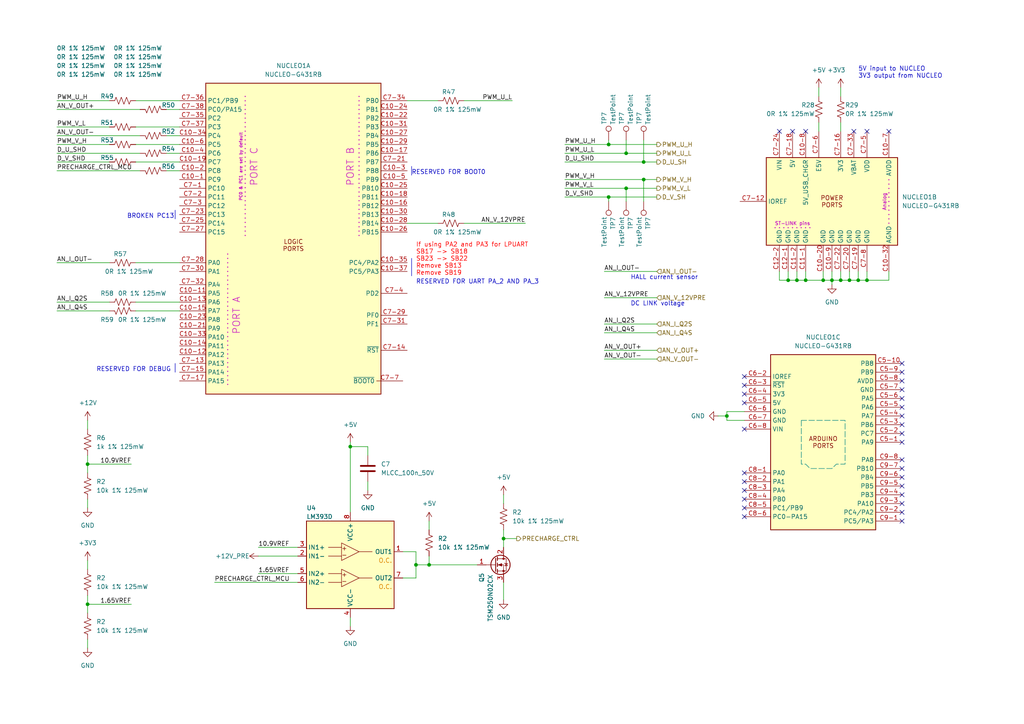
<source format=kicad_sch>
(kicad_sch (version 20230121) (generator eeschema)
  (paper "A4")
  (title_block (title "SINGLE PHASE INVERTER PROTOTYPE") (date "2024-12-20") (rev "v1.0") (company "rDMA") (comment 1 "Designer: Relja Marinkovic"))
  (lib_symbols
    (symbol "Connector:TestPoint" (pin_numbers hide) (pin_names (offset 0.762) hide)
      (property "Reference" "TP" (at 0 6.858 0))
      (property "Value" "TestPoint" (at 0 5.08 0))
      (symbol "TestPoint_1_1"
        (pin passive line (at 0 0 90) (length 2.54) (name "1") (number "1"))
      )
    )
    (symbol "R_Capacitors:CAP_MLCC_100nF_50V_X7R_0805" (pin_numbers hide) (pin_names (offset 0.254))
      (property "Reference" "C" (at 0.635 2.54 0))
      (property "Value" "MLCC_100n_50V" (at 0.635 -2.54 0))
      (symbol "CAP_MLCC_100nF_50V_X7R_0805_1_1"
        (pin passive line (at 0 3.81 270) (length 2.794) (name "~") (number "1"))
        (pin passive line (at 0 -3.81 90) (length 2.794) (name "~") (number "2"))
      )
    )
    (symbol "R_Integrated_Circuits:Comparator_LM393D"
      (property "Reference" "U" (at -12.7 15.875 0))
      (property "Value" "LM393D" (at -12.7 13.97 0))
      (symbol "Comparator_LM393D_1_1"
        (text "+" (at -1.7272 -2.794 0) (effects (font (size 1.27 1.27))))
        (text "+" (at -1.7272 4.826 0) (effects (font (size 1.27 1.27))))
        (text "-" (at -1.7272 -4.7244 0) (effects (font (size 1.27 1.27))))
        (text "-" (at -1.7272 2.8956 0) (effects (font (size 1.27 1.27))))
        (text "O.C." (at 10.16 -6.35 0) (effects (font (size 1.27 1.27))))
        (text "O.C." (at 10.16 1.27 0) (effects (font (size 1.27 1.27))))
        (pin output line (at 15.24 3.81 180) (length 2.54) (name "OUT1") (number "1"))
        (pin input line (at -15.24 2.54 0) (length 2.54) (name "IN1-") (number "2"))
        (pin input line (at -15.24 5.08 0) (length 2.54) (name "IN1+") (number "3"))
        (pin power_in line (at 0 -15.24 90) (length 2.54) (name "VCC-") (number "4"))
        (pin passive line (at -15.24 -2.54 0) (length 2.54) (name "IN2+") (number "5"))
        (pin input line (at -15.24 -5.08 0) (length 2.54) (name "IN2-") (number "6"))
        (pin output line (at 15.24 -3.81 180) (length 2.54) (name "OUT2") (number "7"))
        (pin power_in line (at 0 15.24 270) (length 2.54) (name "VCC+") (number "8"))
      )
    )
    (symbol "R_Misc:NUCLEO_G431RB"
      (property "Reference" "NUCLEO" (at 25.4 48.895 0))
      (property "Value" "NUCLEO-G431RB" (at 25.4 46.99 0))
      (symbol "NUCLEO_G431RB_1_1"
        (text "LOGIC\nPORTS" (at 0 -1.27 0) (effects (font (size 1.27 1.27))))
        (text "PC0 & PC1 are set by default" (at -15.24 21.59 900) (effects (font (size 0.85 0.85))))
        (text "PORT A" (at -16.51 -21.59 900) (effects (font (size 2 2))))
        (text "PORT B" (at 16.51 21.59 900) (effects (font (size 2 2))))
        (text "PORT C" (at -11.43 21.59 900) (effects (font (size 2 2))))
        (pin bidirectional line (at -33.02 17.78 0) (length 7.62) (name "PC9") (number "C10-1"))
        (pin no_connect line (at 2.54 -44.45 90) (length 7.62) hide (name "NC") (number "C10-10"))
        (pin bidirectional line (at -33.02 -15.24 0) (length 7.62) (name "PA5") (number "C10-11"))
        (pin bidirectional line (at -33.02 -33.02 0) (length 7.62) (name "PA12") (number "C10-12"))
        (pin bidirectional line (at -33.02 -17.78 0) (length 7.62) (name "PA6") (number "C10-13"))
        (pin bidirectional line (at -33.02 -30.48 0) (length 7.62) (name "PA11") (number "C10-14"))
        (pin bidirectional line (at -33.02 -20.32 0) (length 7.62) (name "PA7") (number "C10-15"))
        (pin bidirectional line (at 33.02 10.16 180) (length 7.62) (name "PB12") (number "C10-16"))
        (pin bidirectional line (at 33.02 25.4 180) (length 7.62) (name "PB6") (number "C10-17"))
        (pin bidirectional line (at 33.02 12.7 180) (length 7.62) (name "PB11") (number "C10-18"))
        (pin bidirectional line (at -33.02 22.86 0) (length 7.62) (name "PC7") (number "C10-19"))
        (pin bidirectional line (at -33.02 20.32 0) (length 7.62) (name "PC8") (number "C10-2"))
        (pin bidirectional line (at -33.02 -25.4 0) (length 7.62) (name "PA9") (number "C10-21"))
        (pin bidirectional line (at 33.02 35.56 180) (length 7.62) (name "PB2") (number "C10-22"))
        (pin bidirectional line (at -33.02 -22.86 0) (length 7.62) (name "PA8") (number "C10-23"))
        (pin bidirectional line (at 33.02 38.1 180) (length 7.62) (name "PB1") (number "C10-24"))
        (pin bidirectional line (at 33.02 15.24 180) (length 7.62) (name "PB10") (number "C10-25"))
        (pin bidirectional line (at 33.02 2.54 180) (length 7.62) (name "PB15") (number "C10-26"))
        (pin bidirectional line (at 33.02 30.48 180) (length 7.62) (name "PB4") (number "C10-27"))
        (pin bidirectional line (at 33.02 5.08 180) (length 7.62) (name "PB14") (number "C10-28"))
        (pin bidirectional line (at 33.02 27.94 180) (length 7.62) (name "PB5") (number "C10-29"))
        (pin bidirectional line (at 33.02 20.32 180) (length 7.62) (name "PB8") (number "C10-3"))
        (pin bidirectional line (at 33.02 7.62 180) (length 7.62) (name "PB13") (number "C10-30"))
        (pin bidirectional line (at 33.02 33.02 180) (length 7.62) (name "PB3") (number "C10-31"))
        (pin bidirectional line (at -33.02 -27.94 0) (length 7.62) (name "PA10") (number "C10-33"))
        (pin bidirectional line (at -33.02 30.48 0) (length 7.62) (name "PC4") (number "C10-34"))
        (pin bidirectional line (at 33.02 -6.35 180) (length 7.62) (name "PC4/PA2") (number "C10-35"))
        (pin no_connect line (at 5.08 -44.45 90) (length 7.62) hide (name "NC") (number "C10-36"))
        (pin bidirectional line (at 33.02 -8.89 180) (length 7.62) (name "PC5/PA3") (number "C10-37"))
        (pin no_connect line (at 7.62 -44.45 90) (length 7.62) hide (name "NC") (number "C10-38"))
        (pin bidirectional line (at -33.02 25.4 0) (length 7.62) (name "PC6") (number "C10-4"))
        (pin bidirectional line (at 33.02 17.78 180) (length 7.62) (name "PB9") (number "C10-5"))
        (pin bidirectional line (at -33.02 27.94 0) (length 7.62) (name "PC5") (number "C10-6"))
        (pin bidirectional line (at -33.02 15.24 0) (length 7.62) (name "PC10") (number "C7-1"))
        (pin no_connect line (at -5.08 -44.45 90) (length 7.62) hide (name "NC") (number "C7-10"))
        (pin no_connect line (at -2.54 -44.45 90) (length 7.62) hide (name "NC") (number "C7-11"))
        (pin bidirectional line (at -33.02 -35.56 0) (length 7.62) (name "PA13") (number "C7-13"))
        (pin bidirectional line (at 33.02 -31.75 180) (length 7.62) (name "~{RST}") (number "C7-14"))
        (pin bidirectional line (at -33.02 -38.1 0) (length 7.62) (name "PA14") (number "C7-15"))
        (pin bidirectional line (at -33.02 -40.64 0) (length 7.62) (name "PA15") (number "C7-17"))
        (pin bidirectional line (at -33.02 12.7 0) (length 7.62) (name "PC11") (number "C7-2"))
        (pin bidirectional line (at 33.02 22.86 180) (length 7.62) (name "PB7") (number "C7-21"))
        (pin bidirectional line (at -33.02 7.62 0) (length 7.62) (name "PC13") (number "C7-23"))
        (pin bidirectional line (at -33.02 5.08 0) (length 7.62) (name "PC14") (number "C7-25"))
        (pin no_connect line (at 0 -44.45 90) (length 7.62) hide (name "NC") (number "C7-26"))
        (pin bidirectional line (at -33.02 2.54 0) (length 7.62) (name "PC15") (number "C7-27"))
        (pin bidirectional line (at -33.02 -6.35 0) (length 7.62) (name "PA0") (number "C7-28"))
        (pin bidirectional line (at 33.02 -21.59 180) (length 7.62) (name "PF0") (number "C7-29"))
        (pin bidirectional line (at -33.02 10.16 0) (length 7.62) (name "PC12") (number "C7-3"))
        (pin bidirectional line (at -33.02 -8.89 0) (length 7.62) (name "PA1") (number "C7-30"))
        (pin bidirectional line (at 33.02 -24.13 180) (length 7.62) (name "PF1") (number "C7-31"))
        (pin bidirectional line (at -33.02 -12.7 0) (length 7.62) (name "PA4") (number "C7-32"))
        (pin bidirectional line (at 33.02 40.64 180) (length 7.62) (name "PB0") (number "C7-34"))
        (pin bidirectional line (at -33.02 35.56 0) (length 7.62) (name "PC2") (number "C7-35"))
        (pin bidirectional line (at -33.02 40.64 0) (length 7.62) (name "PC1/PB9") (number "C7-36"))
        (pin bidirectional line (at -33.02 33.02 0) (length 7.62) (name "PC3") (number "C7-37"))
        (pin bidirectional line (at -33.02 38.1 0) (length 7.62) (name "PC0/PA15") (number "C7-38"))
        (pin bidirectional line (at 33.02 -15.24 180) (length 7.62) (name "PD2") (number "C7-4"))
        (pin bidirectional line (at 31.75 -40.64 180) (length 7.62) (name "~{BOOT0}") (number "C7-7"))
        (pin no_connect line (at -7.62 -44.45 90) (length 7.62) hide (name "NC") (number "C7-9"))
      )
      (symbol "NUCLEO_G431RB_2_1"
        (text "Analog" (at 15.24 0 900) (effects (font (size 1 1))))
        (text "POWER\nPORTS" (at 0 0 0) (effects (font (size 1.27 1.27))))
        (text "ST-LINK pins" (at -11.43 -6.35 0) (effects (font (size 1 1))))
        (pin power_in line (at -2.54 -20.32 90) (length 7.62) (name "GND") (number "C10-20"))
        (pin power_in line (at 16.51 -20.32 90) (length 7.62) (name "AGND") (number "C10-32"))
        (pin power_out line (at 16.51 20.32 270) (length 7.62) (name "AVDD") (number "C10-7"))
        (pin power_out line (at -7.62 20.32 270) (length 7.62) (name "5V_USB_CHGR") (number "C10-8"))
        (pin power_in line (at 0 -20.32 90) (length 7.62) (name "GND") (number "C10-9"))
        (pin power_in line (at -7.62 -20.32 90) (length 7.62) (name "GND") (number "C11-1"))
        (pin power_in line (at -10.16 -20.32 90) (length 7.62) (name "GND") (number "C11-2"))
        (pin power_in line (at -12.7 -20.32 90) (length 7.62) (name "GND") (number "C12-1"))
        (pin power_in line (at -15.24 -20.32 90) (length 7.62) (name "GND") (number "C12-2"))
        (pin bidirectional line (at -26.67 0 0) (length 7.62) (name "IOREF") (number "C7-12"))
        (pin power_out line (at 2.54 20.32 270) (length 7.62) (name "3V3") (number "C7-16"))
        (pin power_out line (at -11.43 20.32 270) (length 7.62) (name "5V") (number "C7-18"))
        (pin power_in line (at 7.62 -20.32 90) (length 7.62) (name "GND") (number "C7-19"))
        (pin power_in line (at 5.08 -20.32 90) (length 7.62) (name "GND") (number "C7-20"))
        (pin power_in line (at 2.54 -20.32 90) (length 7.62) (name "GND") (number "C7-22"))
        (pin power_in line (at -15.24 20.32 270) (length 7.62) (name "VIN") (number "C7-24"))
        (pin power_out line (at 6.35 20.32 270) (length 7.62) (name "VBAT") (number "C7-33"))
        (pin power_out line (at 10.16 20.32 270) (length 7.62) (name "VDD") (number "C7-5"))
        (pin power_in line (at -3.81 20.32 270) (length 7.62) (name "E5V") (number "C7-6"))
        (pin power_in line (at 10.16 -20.32 90) (length 7.62) (name "GND") (number "C7-8"))
      )
      (symbol "NUCLEO_G431RB_3_1"
        (text "ARDUINO\nPORTS" (at 0 0 0) (effects (font (size 1.27 1.27))))
        (pin bidirectional line (at 22.86 0 180) (length 7.62) (name "PA9") (number "C5-1"))
        (pin bidirectional line (at 22.86 22.86 180) (length 7.62) (name "PB8") (number "C5-10"))
        (pin bidirectional line (at 22.86 2.54 180) (length 7.62) (name "PC7") (number "C5-2"))
        (pin bidirectional line (at 22.86 5.08 180) (length 7.62) (name "PB6") (number "C5-3"))
        (pin bidirectional line (at 22.86 7.62 180) (length 7.62) (name "PA7") (number "C5-4"))
        (pin bidirectional line (at 22.86 10.16 180) (length 7.62) (name "PA6") (number "C5-5"))
        (pin bidirectional line (at 22.86 12.7 180) (length 7.62) (name "PA5") (number "C5-6"))
        (pin power_in line (at 22.86 15.24 180) (length 7.62) (name "GND") (number "C5-7"))
        (pin power_out line (at 22.86 17.78 180) (length 7.62) (name "AVDD") (number "C5-8"))
        (pin bidirectional line (at 22.86 20.32 180) (length 7.62) (name "PB9") (number "C5-9"))
        (pin no_connect line (at -22.86 21.59 0) (length 7.62) hide (name "NC") (number "C6-1"))
        (pin bidirectional line (at -22.86 19.05 0) (length 7.62) (name "IOREF") (number "C6-2"))
        (pin bidirectional line (at -22.86 16.51 0) (length 7.62) (name "~{RST}") (number "C6-3"))
        (pin power_out line (at -22.86 13.97 0) (length 7.62) (name "3V3") (number "C6-4"))
        (pin power_out line (at -22.86 11.43 0) (length 7.62) (name "5V") (number "C6-5"))
        (pin power_in line (at -22.86 8.89 0) (length 7.62) (name "GND") (number "C6-6"))
        (pin power_in line (at -22.86 6.35 0) (length 7.62) (name "GND") (number "C6-7"))
        (pin power_out line (at -22.86 3.81 0) (length 7.62) (name "VIN") (number "C6-8"))
        (pin bidirectional line (at -22.86 -8.89 0) (length 7.62) (name "PA0") (number "C8-1"))
        (pin bidirectional line (at -22.86 -11.43 0) (length 7.62) (name "PA1") (number "C8-2"))
        (pin bidirectional line (at -22.86 -13.97 0) (length 7.62) (name "PA4") (number "C8-3"))
        (pin bidirectional line (at -22.86 -16.51 0) (length 7.62) (name "PB0") (number "C8-4"))
        (pin bidirectional line (at -22.86 -19.05 0) (length 7.62) (name "PC1/PB9") (number "C8-5"))
        (pin bidirectional line (at -22.86 -21.59 0) (length 7.62) (name "PC0-PA15") (number "C8-6"))
        (pin bidirectional line (at 22.86 -22.86 180) (length 7.62) (name "PC5/PA3") (number "C9-1"))
        (pin bidirectional line (at 22.86 -20.32 180) (length 7.62) (name "PC4/PA2") (number "C9-2"))
        (pin bidirectional line (at 22.86 -17.78 180) (length 7.62) (name "PA10") (number "C9-3"))
        (pin bidirectional line (at 22.86 -15.24 180) (length 7.62) (name "PB3") (number "C9-4"))
        (pin bidirectional line (at 22.86 -12.7 180) (length 7.62) (name "PB5") (number "C9-5"))
        (pin bidirectional line (at 22.86 -10.16 180) (length 7.62) (name "PB4") (number "C9-6"))
        (pin bidirectional line (at 22.86 -7.62 180) (length 7.62) (name "PB10") (number "C9-7"))
        (pin bidirectional line (at 22.86 -5.08 180) (length 7.62) (name "PA8") (number "C9-8"))
      )
    )
    (symbol "R_Resistors:RES_0R_1%_0805" (pin_numbers hide) (pin_names (offset 0))
      (property "Reference" "R" (at 3.048 33.528 90))
      (property "Value" "0R 1% 125mW" (at -2.54 0 90))
      (symbol "RES_0R_1%_0805_1_1"
        (pin passive line (at 0 3.81 270) (length 1.27) (name "~") (number "1"))
        (pin passive line (at 0 -3.81 90) (length 1.27) (name "~") (number "2"))
      )
    )
    (symbol "R_Resistors:RES_10k_1%_0805" (pin_numbers hide) (pin_names (offset 0))
      (property "Reference" "R" (at 3.048 33.528 90))
      (property "Value" "10k 1% 125mW" (at -2.54 0 90))
      (symbol "RES_10k_1%_0805_1_1"
        (pin passive line (at 0 3.81 270) (length 1.27) (name "~") (number "1"))
        (pin passive line (at 0 -3.81 90) (length 1.27) (name "~") (number "2"))
      )
    )
    (symbol "R_Resistors:RES_1k_1%_0805" (pin_numbers hide) (pin_names (offset 0))
      (property "Reference" "R" (at 3.048 33.528 90))
      (property "Value" "1k 1% 125mW" (at -2.54 0 90))
      (symbol "RES_1k_1%_0805_1_1"
        (pin passive line (at 0 3.81 270) (length 1.27) (name "~") (number "1"))
        (pin passive line (at 0 -3.81 90) (length 1.27) (name "~") (number "2"))
      )
    )
    (symbol "R_Semiconductors:NMOS_TSM250N02CX_20V_5.8A" (pin_names hide)
      (property "Reference" "Q" (at 6.35 1.905 0))
      (property "Value" "TSM250N02CX" (at 6.096 4.572 0))
      (symbol "NMOS_TSM250N02CX_20V_5.8A_1_1"
        (pin input line (at -5.08 0 0) (length 2.54) (name "G") (number "1"))
        (pin passive line (at 2.54 5.08 270) (length 2.54) (name "D") (number "2"))
        (pin passive line (at 2.54 -5.08 90) (length 2.54) (name "S") (number "3"))
      )
    )
    (symbol "power:+12V" (power) (pin_names (offset 0))
      (property "Value" "+12V" (at 0 3.556 0))
      (symbol "+12V_1_1"
        (pin power_in line (at 0 0 90) (length 0) hide (name "+12V") (number "1"))
      )
    )
    (symbol "power:+12V_PRE" (power) (pin_names (offset 0))
      (property "Value" "+12V_PRE" (at 0 3.556 0))
      (symbol "+12V_PRE_1_1"
        (pin power_in line (at 0 0 90) (length 0) hide (name "+12V_PRE") (number "1"))
      )
    )
    (symbol "power:+3V3" (power) (pin_names (offset 0))
      (property "Value" "+3V3" (at 0 3.556 0))
      (symbol "+3V3_1_1"
        (pin power_in line (at 0 0 90) (length 0) hide (name "+3V3") (number "1"))
      )
    )
    (symbol "power:+5V" (power) (pin_names (offset 0))
      (property "Value" "+5V" (at 0 3.556 0))
      (symbol "+5V_1_1"
        (pin power_in line (at 0 0 90) (length 0) hide (name "+5V") (number "1"))
      )
    )
    (symbol "power:GND" (power) (pin_names (offset 0))
      (property "Value" "GND" (at 0 -3.81 0))
      (symbol "GND_1_1"
        (pin power_in line (at 0 0 270) (length 0) hide (name "GND") (number "1"))
      )
    )
  )
  (junction (at 25.4 175.26))
  (junction (at 246.38 81.28))
  (junction (at 243.84 81.28))
  (junction (at 248.92 81.28))
  (junction (at 146.05 156.21))
  (junction (at 233.68 81.28))
  (junction (at 241.3 81.28))
  (junction (at 251.46 81.28))
  (junction (at 124.46 163.83))
  (junction (at 25.4 134.62))
  (junction (at 101.6 129.54))
  (junction (at 238.76 81.28))
  (junction (at 120.65 163.83))
  (junction (at 186.69 46.99))
  (junction (at 176.53 41.91))
  (junction (at 176.53 57.15))
  (junction (at 231.14 81.28))
  (junction (at 210.82 120.65))
  (junction (at 228.6 81.28))
  (junction (at 181.61 54.61))
  (junction (at 181.61 44.45))
  (junction (at 186.69 52.07))
  (no_connect (at 215.9 147.32))
  (no_connect (at 226.06 38.1))
  (no_connect (at 247.65 38.1))
  (no_connect (at 261.62 133.35))
  (no_connect (at 261.62 113.03))
  (no_connect (at 261.62 128.27))
  (no_connect (at 251.46 38.1))
  (no_connect (at 261.62 105.41))
  (no_connect (at 261.62 146.05))
  (no_connect (at 261.62 148.59))
  (no_connect (at 215.9 137.16))
  (no_connect (at 261.62 118.11))
  (no_connect (at 215.9 142.24))
  (no_connect (at 261.62 135.89))
  (no_connect (at 215.9 149.86))
  (no_connect (at 233.68 38.1))
  (no_connect (at 229.87 38.1))
  (no_connect (at 261.62 115.57))
  (no_connect (at 257.81 38.1))
  (no_connect (at 215.9 144.78))
  (no_connect (at 215.9 109.22))
  (no_connect (at 215.9 111.76))
  (no_connect (at 261.62 151.13))
  (no_connect (at 261.62 125.73))
  (no_connect (at 215.9 116.84))
  (no_connect (at 215.9 139.7))
  (no_connect (at 261.62 120.65))
  (no_connect (at 261.62 107.95))
  (no_connect (at 261.62 143.51))
  (no_connect (at 261.62 138.43))
  (no_connect (at 261.62 110.49))
  (no_connect (at 261.62 140.97))
  (no_connect (at 261.62 123.19))
  (no_connect (at 215.9 114.3))
  (no_connect (at 215.9 124.46))
  (wire (pts (xy 86.36 161.29) (xy 74.93 161.29)))
  (polyline (pts (xy 119.38 48.26) (xy 119.38 50.8)))
  (polyline (pts (xy 50.8 60.96) (xy 50.8 63.5)))
  (wire (pts (xy 25.4 175.26) (xy 25.4 177.8)))
  (wire (pts (xy 25.4 134.62) (xy 25.4 137.16)))
  (wire (pts (xy 74.93 166.37) (xy 86.36 166.37)))
  (wire (pts (xy 243.84 25.4) (xy 243.84 27.94)))
  (wire (pts (xy 48.26 44.45) (xy 52.07 44.45)))
  (wire (pts (xy 152.4 64.77) (xy 134.62 64.77)))
  (wire (pts (xy 226.06 78.74) (xy 226.06 81.28)))
  (wire (pts (xy 186.69 40.64) (xy 186.69 46.99)))
  (wire (pts (xy 163.83 52.07) (xy 186.69 52.07)))
  (wire (pts (xy 181.61 44.45) (xy 190.5 44.45)))
  (wire (pts (xy 163.83 44.45) (xy 181.61 44.45)))
  (wire (pts (xy 175.26 104.14) (xy 190.5 104.14)))
  (wire (pts (xy 243.84 81.28) (xy 246.38 81.28)))
  (wire (pts (xy 241.3 81.28) (xy 241.3 82.55)))
  (wire (pts (xy 241.3 78.74) (xy 241.3 81.28)))
  (wire (pts (xy 175.26 78.74) (xy 190.5 78.74)))
  (wire (pts (xy 176.53 57.15) (xy 190.5 57.15)))
  (wire (pts (xy 106.68 132.08) (xy 106.68 129.54)))
  (wire (pts (xy 16.51 31.75) (xy 40.64 31.75)))
  (wire (pts (xy 238.76 81.28) (xy 241.3 81.28)))
  (wire (pts (xy 243.84 78.74) (xy 243.84 81.28)))
  (wire (pts (xy 25.4 121.92) (xy 25.4 124.46)))
  (wire (pts (xy 134.62 29.21) (xy 148.59 29.21)))
  (wire (pts (xy 186.69 52.07) (xy 190.5 52.07)))
  (wire (pts (xy 25.4 132.08) (xy 25.4 134.62)))
  (wire (pts (xy 101.6 179.07) (xy 101.6 181.61)))
  (wire (pts (xy 237.49 35.56) (xy 237.49 38.1)))
  (wire (pts (xy 39.37 76.2) (xy 52.07 76.2)))
  (wire (pts (xy 48.26 39.37) (xy 52.07 39.37)))
  (wire (pts (xy 251.46 78.74) (xy 251.46 81.28)))
  (wire (pts (xy 16.51 76.2) (xy 31.75 76.2)))
  (wire (pts (xy 176.53 57.15) (xy 176.53 58.42)))
  (wire (pts (xy 210.82 121.92) (xy 210.82 120.65)))
  (wire (pts (xy 186.69 52.07) (xy 186.69 58.42)))
  (wire (pts (xy 106.68 139.7) (xy 106.68 142.24)))
  (wire (pts (xy 39.37 29.21) (xy 52.07 29.21)))
  (wire (pts (xy 246.38 78.74) (xy 246.38 81.28)))
  (wire (pts (xy 16.51 46.99) (xy 31.75 46.99)))
  (wire (pts (xy 106.68 129.54) (xy 101.6 129.54)))
  (wire (pts (xy 16.51 90.17) (xy 31.75 90.17)))
  (wire (pts (xy 39.37 90.17) (xy 52.07 90.17)))
  (wire (pts (xy 228.6 78.74) (xy 228.6 81.28)))
  (wire (pts (xy 175.26 93.98) (xy 190.5 93.98)))
  (wire (pts (xy 251.46 81.28) (xy 257.81 81.28)))
  (wire (pts (xy 39.37 41.91) (xy 52.07 41.91)))
  (wire (pts (xy 215.9 121.92) (xy 210.82 121.92)))
  (wire (pts (xy 226.06 81.28) (xy 228.6 81.28)))
  (wire (pts (xy 39.37 46.99) (xy 52.07 46.99)))
  (wire (pts (xy 25.4 185.42) (xy 25.4 187.96)))
  (wire (pts (xy 62.23 168.91) (xy 86.36 168.91)))
  (wire (pts (xy 146.05 156.21) (xy 146.05 158.75)))
  (wire (pts (xy 25.4 162.56) (xy 25.4 165.1)))
  (wire (pts (xy 163.83 41.91) (xy 176.53 41.91)))
  (wire (pts (xy 25.4 144.78) (xy 25.4 147.32)))
  (wire (pts (xy 120.65 163.83) (xy 120.65 167.64)))
  (wire (pts (xy 241.3 81.28) (xy 243.84 81.28)))
  (wire (pts (xy 16.51 41.91) (xy 31.75 41.91)))
  (wire (pts (xy 101.6 129.54) (xy 101.6 148.59)))
  (wire (pts (xy 16.51 87.63) (xy 31.75 87.63)))
  (wire (pts (xy 210.82 120.65) (xy 210.82 119.38)))
  (wire (pts (xy 116.84 160.02) (xy 120.65 160.02)))
  (wire (pts (xy 39.37 87.63) (xy 52.07 87.63)))
  (polyline (pts (xy 119.38 74.93) (xy 119.38 80.01)))
  (wire (pts (xy 25.4 175.26) (xy 38.1 175.26)))
  (wire (pts (xy 181.61 54.61) (xy 181.61 58.42)))
  (wire (pts (xy 181.61 54.61) (xy 190.5 54.61)))
  (wire (pts (xy 48.26 49.53) (xy 52.07 49.53)))
  (wire (pts (xy 74.93 158.75) (xy 86.36 158.75)))
  (polyline (pts (xy 50.8 105.41) (xy 50.8 107.95)))
  (wire (pts (xy 210.82 119.38) (xy 215.9 119.38)))
  (wire (pts (xy 238.76 78.74) (xy 238.76 81.28)))
  (wire (pts (xy 16.51 39.37) (xy 40.64 39.37)))
  (wire (pts (xy 175.26 96.52) (xy 190.5 96.52)))
  (wire (pts (xy 124.46 151.13) (xy 124.46 153.67)))
  (wire (pts (xy 176.53 40.64) (xy 176.53 41.91)))
  (wire (pts (xy 228.6 81.28) (xy 231.14 81.28)))
  (wire (pts (xy 48.26 31.75) (xy 52.07 31.75)))
  (wire (pts (xy 163.83 46.99) (xy 186.69 46.99)))
  (wire (pts (xy 124.46 163.83) (xy 138.43 163.83)))
  (wire (pts (xy 237.49 25.4) (xy 237.49 27.94)))
  (wire (pts (xy 146.05 168.91) (xy 146.05 173.99)))
  (wire (pts (xy 16.51 44.45) (xy 40.64 44.45)))
  (wire (pts (xy 16.51 29.21) (xy 31.75 29.21)))
  (wire (pts (xy 233.68 81.28) (xy 238.76 81.28)))
  (wire (pts (xy 118.11 29.21) (xy 127 29.21)))
  (wire (pts (xy 248.92 81.28) (xy 251.46 81.28)))
  (wire (pts (xy 124.46 161.29) (xy 124.46 163.83)))
  (wire (pts (xy 25.4 134.62) (xy 38.1 134.62)))
  (wire (pts (xy 120.65 163.83) (xy 124.46 163.83)))
  (wire (pts (xy 181.61 40.64) (xy 181.61 44.45)))
  (wire (pts (xy 231.14 81.28) (xy 233.68 81.28)))
  (wire (pts (xy 25.4 172.72) (xy 25.4 175.26)))
  (wire (pts (xy 127 64.77) (xy 118.11 64.77)))
  (wire (pts (xy 176.53 41.91) (xy 190.5 41.91)))
  (wire (pts (xy 257.81 78.74) (xy 257.81 81.28)))
  (wire (pts (xy 146.05 156.21) (xy 149.86 156.21)))
  (wire (pts (xy 163.83 57.15) (xy 176.53 57.15)))
  (wire (pts (xy 39.37 36.83) (xy 52.07 36.83)))
  (wire (pts (xy 116.84 167.64) (xy 120.65 167.64)))
  (wire (pts (xy 101.6 128.27) (xy 101.6 129.54)))
  (wire (pts (xy 120.65 160.02) (xy 120.65 163.83)))
  (wire (pts (xy 16.51 49.53) (xy 40.64 49.53)))
  (wire (pts (xy 248.92 78.74) (xy 248.92 81.28)))
  (wire (pts (xy 246.38 81.28) (xy 248.92 81.28)))
  (wire (pts (xy 146.05 143.51) (xy 146.05 146.05)))
  (wire (pts (xy 175.26 86.36) (xy 190.5 86.36)))
  (wire (pts (xy 186.69 46.99) (xy 190.5 46.99)))
  (wire (pts (xy 208.28 120.65) (xy 210.82 120.65)))
  (wire (pts (xy 233.68 78.74) (xy 233.68 81.28)))
  (wire (pts (xy 231.14 78.74) (xy 231.14 81.28)))
  (wire (pts (xy 163.83 54.61) (xy 181.61 54.61)))
  (wire (pts (xy 243.84 35.56) (xy 243.84 38.1)))
  (wire (pts (xy 146.05 153.67) (xy 146.05 156.21)))
  (wire (pts (xy 16.51 36.83) (xy 31.75 36.83)))
  (wire (pts (xy 175.26 101.6) (xy 190.5 101.6)))
  (text "DC LINK voltage\n" (at 182.88 88.9 0) (effects (font (size 1.27 1.27)) (justify left bottom)))
  (text "BROKEN PC13" (at 36.83 63.5 0) (effects (font (size 1.27 1.27)) (justify left bottom)))
  (text "If using PA2 and PA3 for LPUART\nSB17 -> SB18\nSB23 -> SB22\nRemove SB13\nRemove SB19" (at 120.65 80.01 0) (effects (font (size 1.27 1.27)) (justify left bottom)))
  (text "HALL current sensor\n" (at 182.88 81.28 0) (effects (font (size 1.27 1.27)) (justify left bottom)))
  (text "RESERVED FOR BOOT0" (at 119.38 50.8 0) (effects (font (size 1.27 1.27)) (justify left bottom)))
  (text "RESERVED FOR UART PA_2 AND PA_3" (at 120.65 82.55 0) (effects (font (size 1.27 1.27)) (justify left bottom)))
  (text "RESERVED FOR DEBUG" (at 27.94 107.95 0) (effects (font (size 1.27 1.27)) (justify left bottom)))
  (text "5V input to NUCLEO\n3V3 output from NUCLEO" (at 248.92 22.86 0) (effects (font (size 1.27 1.27)) (justify left bottom)))
  (label "AN_V_OUT-" (at 16.51 39.37 0))
  (label "AN_V_OUT-" (at 175.26 104.14 0))
  (label "10.9VREF" (at 38.1 134.62 180))
  (label "1.65VREF" (at 38.1 175.26 180))
  (label "D_V_SHD" (at 16.51 46.99 0))
  (label "PWM_V_H" (at 16.51 41.91 0))
  (label "PWM_V_H" (at 163.83 52.07 0))
  (label "AN_I_Q4S" (at 175.26 96.52 0))
  (label "AN_I_OUT-" (at 16.51 76.2 0))
  (label "AN_V_12VPRE" (at 175.26 86.36 0))
  (label "AN_V_12VPRE" (at 152.4 64.77 180))
  (label "PWM_V_L" (at 163.83 54.61 0))
  (label "PWM_U_L" (at 148.59 29.21 180))
  (label "PWM_U_H" (at 16.51 29.21 0))
  (label "PWM_U_L" (at 163.83 44.45 0))
  (label "AN_I_OUT-" (at 175.26 78.74 0))
  (label "AN_I_Q4S" (at 16.51 90.17 0))
  (label "AN_I_Q2S" (at 16.51 87.63 0))
  (label "D_U_SHD" (at 16.51 44.45 0))
  (label "D_V_SHD" (at 163.83 57.15 0))
  (label "10.9VREF" (at 74.93 158.75 0))
  (label "AN_V_OUT+" (at 175.26 101.6 0))
  (label "AN_V_OUT+" (at 16.51 31.75 0))
  (label "PRECHARGE_CTRL_MCU" (at 62.23 168.91 0))
  (label "PWM_V_L" (at 16.51 36.83 0))
  (label "1.65VREF" (at 74.93 166.37 0))
  (label "D_U_SHD" (at 163.83 46.99 0))
  (label "AN_I_Q2S" (at 175.26 93.98 0))
  (label "PWM_U_H" (at 163.83 41.91 0))
  (label "PRECHARGE_CTRL_MCU" (at 16.51 49.53 0))
  (hierarchical_label "D_V_SH" (shape output) (at 190.5 57.15 0))
  (hierarchical_label "PWM_V_H" (shape output) (at 190.5 52.07 0))
  (hierarchical_label "AN_I_Q2S" (shape input) (at 190.5 93.98 0))
  (hierarchical_label "PWM_U_L" (shape output) (at 190.5 44.45 0))
  (hierarchical_label "PRECHARGE_CTRL" (shape output) (at 149.86 156.21 0))
  (hierarchical_label "D_U_SH" (shape output) (at 190.5 46.99 0))
  (hierarchical_label "AN_V_OUT-" (shape input) (at 190.5 104.14 0))
  (hierarchical_label "PWM_V_L" (shape output) (at 190.5 54.61 0))
  (hierarchical_label "AN_I_Q4S" (shape input) (at 190.5 96.52 0))
  (hierarchical_label "AN_V_OUT+" (shape input) (at 190.5 101.6 0))
  (hierarchical_label "AN_I_OUT-" (shape input) (at 190.5 78.74 0))
  (hierarchical_label "AN_V_12VPRE" (shape input) (at 190.5 86.36 0))
  (hierarchical_label "PWM_U_H" (shape output) (at 190.5 41.91 0))
  (symbol (lib_id "R_Resistors:RES_0R_1%_0805") (at 35.56 90.17 90) (mirror x) (unit 1)
    (property "Reference" "R59" (at 33.02 92.71 90) (effects (justify left)))
    (property "Value" "0R 1% 125mW" (at 48.26 92.71 90) (effects (justify left)))
    (property "Footprint" "Resistor_SMD:R_0805_2012Metric_Pad1.20x1.40mm_HandSolder" (effects hide))
    (property "Supplier 1" "Kelco" (effects hide))
    (property "Supplier 1 Part Number" "13820" (effects hide))
    (property "Supplier 1 Link" "https://kelco.rs/katalog/detalji.php?ID=13820" (effects hide))
    (property "Resistance" "0R" (effects hide))
    (property "Tolerance" "1%" (effects hide))
    (property "Package" "0805" (effects hide))
    (property "Operating Temperature" "-55°C ~ 155°C" (effects hide))
    (property "Power Rating" "125mW" (effects hide))
  )
  (symbol (lib_id "Connector:TestPoint") (at 176.53 58.42 180) (unit 1)
    (property "Reference" "TP7" (at 177.8 64.77 90))
    (property "Value" "TestPoint" (at 175.26 67.31 90))
    (property "Footprint" "TestPoint:TestPoint_THTPad_2.0x2.0mm_Drill1.0mm" (effects hide))
    (instances (project "Inv_v1" (path "" (reference "TP7") (unit 1)) (path "" (reference "TP12") (unit 1))))
  )
  (symbol (lib_id "power:+12V_PRE") (at 74.93 161.29 90) (mirror x) (unit 1)
    (property "Reference" "#PWR022" (effects hide))
    (property "Value" "+12V_PRE" (at 72.39 161.29 90) (effects (justify left)))
    (instances (project "Inv_v1" (path "" (reference "#PWR022") (unit 1)) (path "" (reference "#PWR034") (unit 1))))
  )
  (symbol (lib_id "power:+5V") (at 146.05 143.51 0) (unit 1)
    (property "Reference" "#PWR016" (effects hide))
    (property "Value" "+5V" (at 146.05 138.43 0))
    (instances (project "Inv_v1" (path "" (reference "#PWR016") (unit 1)) (path "" (reference "#PWR026") (unit 1))))
  )
  (symbol (lib_id "R_Resistors:RES_0R_1%_0805") (at 130.81 64.77 90) (unit 1)
    (property "Reference" "R48" (at 132.08 62.23 90) (effects (justify left)))
    (property "Value" "0R 1% 125mW" (at 139.7 67.31 90) (effects (justify left)))
    (property "Footprint" "Resistor_SMD:R_0805_2012Metric_Pad1.20x1.40mm_HandSolder" (effects hide))
    (property "Supplier 1" "Kelco" (effects hide))
    (property "Supplier 1 Part Number" "13820" (effects hide))
    (property "Supplier 1 Link" "https://kelco.rs/katalog/detalji.php?ID=13820" (effects hide))
    (property "Resistance" "0R" (effects hide))
    (property "Tolerance" "1%" (effects hide))
    (property "Package" "0805" (effects hide))
    (property "Operating Temperature" "-55°C ~ 155°C" (effects hide))
    (property "Power Rating" "125mW" (effects hide))
  )
  (symbol (lib_id "power:+5V") (at 101.6 128.27 0) (unit 1)
    (property "Reference" "#PWR016" (effects hide))
    (property "Value" "+5V" (at 101.6 123.19 0))
    (instances (project "Inv_v1" (path "" (reference "#PWR016") (unit 1)) (path "" (reference "#PWR029") (unit 1))))
  )
  (symbol (lib_id "R_Resistors:RES_0R_1%_0805") (at 35.56 41.91 90) (unit 1)
    (property "Reference" "R53" (at 33.02 40.64 90) (effects (justify left)))
    (property "Value" "0R 1% 125mW" (at 30.48 13.97 90) (effects (justify left)))
    (property "Footprint" "Resistor_SMD:R_0805_2012Metric_Pad1.20x1.40mm_HandSolder" (effects hide))
    (property "Supplier 1" "Kelco" (effects hide))
    (property "Supplier 1 Part Number" "13820" (effects hide))
    (property "Supplier 1 Link" "https://kelco.rs/katalog/detalji.php?ID=13820" (effects hide))
    (property "Resistance" "0R" (effects hide))
    (property "Tolerance" "1%" (effects hide))
    (property "Package" "0805" (effects hide))
    (property "Operating Temperature" "-55°C ~ 155°C" (effects hide))
    (property "Power Rating" "125mW" (effects hide))
  )
  (symbol (lib_id "Connector:TestPoint") (at 181.61 40.64 0) (unit 1)
    (property "Reference" "TP7" (at 180.34 34.29 90))
    (property "Value" "TestPoint" (at 182.88 31.75 90))
    (property "Footprint" "TestPoint:TestPoint_THTPad_2.0x2.0mm_Drill1.0mm" (effects hide))
    (instances (project "Inv_v1" (path "" (reference "TP7") (unit 1)) (path "" (reference "TP11") (unit 1))))
  )
  (symbol (lib_id "power:GND") (at 208.28 120.65 270) (unit 1)
    (property "Reference" "#PWR01" (effects hide))
    (property "Value" "GND" (at 204.47 120.65 90) (effects (justify right)))
    (instances (project "Inv_v1" (path "" (reference "#PWR01") (unit 1)) (path "" (reference "#PWR024") (unit 1)) (path "" (reference "#PWR041") (unit 1))))
  )
  (symbol (lib_id "power:GND") (at 25.4 187.96 0) (unit 1)
    (property "Reference" "#PWR01" (effects hide))
    (property "Value" "GND" (at 25.4 193.04 0))
    (instances (project "Inv_v1" (path "" (reference "#PWR01") (unit 1)) (path "" (reference "#PWR024") (unit 1)) (path "" (reference "#PWR030") (unit 1))))
  )
  (symbol (lib_id "R_Resistors:RES_10k_1%_0805") (at 146.05 149.86 0) (unit 1)
    (property "Reference" "R2" (at 148.59 148.59 0) (effects (justify left)))
    (property "Value" "10k 1% 125mW" (at 148.59 151.13 0) (effects (justify left)))
    (property "Footprint" "Resistor_SMD:R_0805_2012Metric_Pad1.20x1.40mm_HandSolder" (effects hide))
    (property "Supplier 1" "Kelco" (effects hide))
    (property "Supplier 1 Part Number" "10683" (effects hide))
    (property "Supplier 1 Link" "https://kelco.rs/katalog/detalji.php?ID=10683" (effects hide))
    (property "Resistance" "10k" (effects hide))
    (property "Tolerance" "1%" (effects hide))
    (property "Package" "0805" (effects hide))
    (property "Operating Temperature" "-55°C ~ 155°C" (effects hide))
    (property "Power Rating" "125mW" (effects hide))
  )
  (symbol (lib_id "Connector:TestPoint") (at 176.53 40.64 0) (unit 1)
    (property "Reference" "TP7" (at 175.26 34.29 90))
    (property "Value" "TestPoint" (at 177.8 31.75 90))
    (property "Footprint" "TestPoint:TestPoint_THTPad_2.0x2.0mm_Drill1.0mm" (effects hide))
    (instances (project "Inv_v1" (path "" (reference "TP7") (unit 1)) (path "" (reference "TP10") (unit 1))))
  )
  (symbol (lib_id "R_Resistors:RES_0R_1%_0805") (at 35.56 87.63 90) (unit 1)
    (property "Reference" "R58" (at 33.02 85.09 90) (effects (justify left)))
    (property "Value" "0R 1% 125mW" (at 48.26 85.09 90) (effects (justify left)))
    (property "Footprint" "Resistor_SMD:R_0805_2012Metric_Pad1.20x1.40mm_HandSolder" (effects hide))
    (property "Supplier 1" "Kelco" (effects hide))
    (property "Supplier 1 Part Number" "13820" (effects hide))
    (property "Supplier 1 Link" "https://kelco.rs/katalog/detalji.php?ID=13820" (effects hide))
    (property "Resistance" "0R" (effects hide))
    (property "Tolerance" "1%" (effects hide))
    (property "Package" "0805" (effects hide))
    (property "Operating Temperature" "-55°C ~ 155°C" (effects hide))
    (property "Power Rating" "125mW" (effects hide))
  )
  (symbol (lib_id "power:+3V3") (at 25.4 162.56 0) (unit 1)
    (property "Reference" "#PWR031" (effects hide))
    (property "Value" "+3V3" (at 25.4 157.48 0))
  )
  (symbol (lib_id "R_Resistors:RES_0R_1%_0805") (at 35.56 29.21 90) (unit 1)
    (property "Reference" "R49" (at 33.02 27.94 90) (effects (justify left)))
    (property "Value" "0R 1% 125mW" (at 46.99 13.97 90) (effects (justify left)))
    (property "Footprint" "Resistor_SMD:R_0805_2012Metric_Pad1.20x1.40mm_HandSolder" (effects hide))
    (property "Supplier 1" "Kelco" (effects hide))
    (property "Supplier 1 Part Number" "13820" (effects hide))
    (property "Supplier 1 Link" "https://kelco.rs/katalog/detalji.php?ID=13820" (effects hide))
    (property "Resistance" "0R" (effects hide))
    (property "Tolerance" "1%" (effects hide))
    (property "Package" "0805" (effects hide))
    (property "Operating Temperature" "-55°C ~ 155°C" (effects hide))
    (property "Power Rating" "125mW" (effects hide))
  )
  (symbol (lib_id "R_Misc:NUCLEO_G431RB") (at 241.3 58.42 0) (unit 2)
    (property "Reference" "NUCLEO1" (at 261.62 57.15 0) (effects (justify left)))
    (property "Value" "NUCLEO-G431RB" (at 261.62 59.69 0) (effects (justify left)))
    (property "Footprint" "Connector_STM:NUCLEO-STM32G4-64" (effects hide))
    (property "Datasheet" "https://www.st.com/resource/en/datasheet/stm32g431rb.pdf" (effects hide))
    (property "Manufacturer" "ST Microelectronics" (effects hide))
    (property "Manufacturer Part Number" "NUCLEO-G431RB" (effects hide))
  )
  (symbol (lib_id "R_Resistors:RES_10k_1%_0805") (at 25.4 168.91 0) (unit 1)
    (property "Reference" "R2" (at 27.94 167.64 0) (effects (justify left)))
    (property "Value" "10k 1% 125mW" (at 27.94 170.18 0) (effects (justify left)))
    (property "Footprint" "Resistor_SMD:R_0805_2012Metric_Pad1.20x1.40mm_HandSolder" (effects hide))
    (property "Supplier 1" "Kelco" (effects hide))
    (property "Supplier 1 Part Number" "10683" (effects hide))
    (property "Supplier 1 Link" "https://kelco.rs/katalog/detalji.php?ID=10683" (effects hide))
    (property "Resistance" "10k" (effects hide))
    (property "Tolerance" "1%" (effects hide))
    (property "Package" "0805" (effects hide))
    (property "Operating Temperature" "-55°C ~ 155°C" (effects hide))
    (property "Power Rating" "125mW" (effects hide))
    (instances (project "Inv_v1" (path "" (reference "R2") (unit 1)) (path "" (reference "R4") (unit 1))))
  )
  (symbol (lib_id "Connector:TestPoint") (at 186.69 40.64 0) (unit 1)
    (property "Reference" "TP7" (at 185.42 34.29 90))
    (property "Value" "TestPoint" (at 187.96 31.75 90))
    (property "Footprint" "TestPoint:TestPoint_THTPad_2.0x2.0mm_Drill1.0mm" (effects hide))
    (instances (project "Inv_v1" (path "" (reference "TP7") (unit 1)) (path "" (reference "TP9") (unit 1))))
  )
  (symbol (lib_id "R_Resistors:RES_10k_1%_0805") (at 25.4 181.61 0) (unit 1)
    (property "Reference" "R2" (at 27.94 180.34 0) (effects (justify left)))
    (property "Value" "10k 1% 125mW" (at 27.94 182.88 0) (effects (justify left)))
    (property "Footprint" "Resistor_SMD:R_0805_2012Metric_Pad1.20x1.40mm_HandSolder" (effects hide))
    (property "Supplier 1" "Kelco" (effects hide))
    (property "Supplier 1 Part Number" "10683" (effects hide))
    (property "Supplier 1 Link" "https://kelco.rs/katalog/detalji.php?ID=10683" (effects hide))
    (property "Resistance" "10k" (effects hide))
    (property "Tolerance" "1%" (effects hide))
    (property "Package" "0805" (effects hide))
    (property "Operating Temperature" "-55°C ~ 155°C" (effects hide))
    (property "Power Rating" "125mW" (effects hide))
    (instances (project "Inv_v1" (path "" (reference "R2") (unit 1)) (path "" (reference "R5") (unit 1))))
  )
  (symbol (lib_id "R_Resistors:RES_0R_1%_0805") (at 44.45 49.53 90) (mirror x) (unit 1)
    (property "Reference" "R56" (at 50.8 48.26 90) (effects (justify left)))
    (property "Value" "0R 1% 125mW" (at 30.48 21.59 90) (effects (justify left)))
    (property "Footprint" "Resistor_SMD:R_0805_2012Metric_Pad1.20x1.40mm_HandSolder" (effects hide))
    (property "Supplier 1" "Kelco" (effects hide))
    (property "Supplier 1 Part Number" "13820" (effects hide))
    (property "Supplier 1 Link" "https://kelco.rs/katalog/detalji.php?ID=13820" (effects hide))
    (property "Resistance" "0R" (effects hide))
    (property "Tolerance" "1%" (effects hide))
    (property "Package" "0805" (effects hide))
    (property "Operating Temperature" "-55°C ~ 155°C" (effects hide))
    (property "Power Rating" "125mW" (effects hide))
  )
  (symbol (lib_id "R_Integrated_Circuits:Comparator_LM393D") (at 101.6 163.83 0) (unit 1)
    (property "Reference" "U4" (at 88.9 147.32 0) (effects (justify left)))
    (property "Value" "LM393D" (at 88.9 149.86 0) (effects (justify left)))
    (property "Footprint" "Package_SO:SO-8_3.9x4.9mm_P1.27mm" (effects hide))
    (property "Datasheet" "https://www.st.com/content/ccc/resource/technical/document/datasheet/group1/b4/cc/cf/13/18/28/44/f5/CD00000465/files/CD00000465.pdf/jcr:content/translations/en.CD00000465.pdf" (effects hide))
    (property "Manufacturer" "STMicroelectronics" (effects hide))
    (property "Manufacturer Part Number" "LM393D" (effects hide))
    (property "Supplier 1" "Kelco" (effects hide))
    (property "Supplier 1 Order Number" "7121" (effects hide))
    (property "Supplier 1 Link" "https://kelco.rs/katalog/detalji.php?ID=7121" (effects hide))
    (property "Supplier 2" "Digi-Key" (effects hide))
    (property "Supplier 2 Order Number" "497-18379-ND" (effects hide))
    (property "Supplier 2 Link" "https://www.digikey.at/en/products/detail/stmicroelectronics/LM393D/1038725" (effects hide))
    (property "Package" "8-SOIC (3.90mm Width)" (effects hide))
    (property "Temperature Range" "0°C ~ 70°C" (effects hide))
  )
  (symbol (lib_id "R_Resistors:RES_1k_1%_0805") (at 25.4 128.27 0) (unit 1)
    (property "Reference" "R6" (at 27.94 127 0) (effects (justify left)))
    (property "Value" "1k 1% 125mW" (at 27.94 129.54 0) (effects (justify left)))
    (property "Footprint" "Resistor_SMD:R_0805_2012Metric_Pad1.20x1.40mm_HandSolder" (effects hide))
    (property "Supplier 1" "Kelco" (effects hide))
    (property "Supplier 1 Part Number" "10676" (effects hide))
    (property "Supplier 1 Link" "https://kelco.rs/katalog/detalji.php?ID=10676" (effects hide))
    (property "Resistance" "1k" (effects hide))
    (property "Tolerance" "1%" (effects hide))
    (property "Package" "0805" (effects hide))
    (property "Operating Temperature" "-55°C ~ 155°C" (effects hide))
    (property "Power Rating" "125mW" (effects hide))
  )
  (symbol (lib_id "R_Resistors:RES_10k_1%_0805") (at 25.4 140.97 0) (unit 1)
    (property "Reference" "R2" (at 27.94 139.7 0) (effects (justify left)))
    (property "Value" "10k 1% 125mW" (at 27.94 142.24 0) (effects (justify left)))
    (property "Footprint" "Resistor_SMD:R_0805_2012Metric_Pad1.20x1.40mm_HandSolder" (effects hide))
    (property "Supplier 1" "Kelco" (effects hide))
    (property "Supplier 1 Part Number" "10683" (effects hide))
    (property "Supplier 1 Link" "https://kelco.rs/katalog/detalji.php?ID=10683" (effects hide))
    (property "Resistance" "10k" (effects hide))
    (property "Tolerance" "1%" (effects hide))
    (property "Package" "0805" (effects hide))
    (property "Operating Temperature" "-55°C ~ 155°C" (effects hide))
    (property "Power Rating" "125mW" (effects hide))
    (instances (project "Inv_v1" (path "" (reference "R2") (unit 1)) (path "" (reference "R7") (unit 1))))
  )
  (symbol (lib_id "power:GND") (at 106.68 142.24 0) (unit 1)
    (property "Reference" "#PWR01" (effects hide))
    (property "Value" "GND" (at 106.68 147.32 0))
    (instances (project "Inv_v1" (path "" (reference "#PWR01") (unit 1)) (path "" (reference "#PWR024") (unit 1)) (path "" (reference "#PWR036") (unit 1))))
  )
  (symbol (lib_id "R_Resistors:RES_0R_1%_0805") (at 35.56 36.83 90) (unit 1)
    (property "Reference" "R51" (at 33.02 35.56 90) (effects (justify left)))
    (property "Value" "0R 1% 125mW" (at 46.99 19.05 90) (effects (justify left)))
    (property "Footprint" "Resistor_SMD:R_0805_2012Metric_Pad1.20x1.40mm_HandSolder" (effects hide))
    (property "Supplier 1" "Kelco" (effects hide))
    (property "Supplier 1 Part Number" "13820" (effects hide))
    (property "Supplier 1 Link" "https://kelco.rs/katalog/detalji.php?ID=13820" (effects hide))
    (property "Resistance" "0R" (effects hide))
    (property "Tolerance" "1%" (effects hide))
    (property "Package" "0805" (effects hide))
    (property "Operating Temperature" "-55°C ~ 155°C" (effects hide))
    (property "Power Rating" "125mW" (effects hide))
  )
  (symbol (lib_id "R_Resistors:RES_0R_1%_0805") (at 44.45 31.75 90) (mirror x) (unit 1)
    (property "Reference" "R50" (at 50.8 30.48 90) (effects (justify left)))
    (property "Value" "0R 1% 125mW" (at 46.99 16.51 90) (effects (justify left)))
    (property "Footprint" "Resistor_SMD:R_0805_2012Metric_Pad1.20x1.40mm_HandSolder" (effects hide))
    (property "Supplier 1" "Kelco" (effects hide))
    (property "Supplier 1 Part Number" "13820" (effects hide))
    (property "Supplier 1 Link" "https://kelco.rs/katalog/detalji.php?ID=13820" (effects hide))
    (property "Resistance" "0R" (effects hide))
    (property "Tolerance" "1%" (effects hide))
    (property "Package" "0805" (effects hide))
    (property "Operating Temperature" "-55°C ~ 155°C" (effects hide))
    (property "Power Rating" "125mW" (effects hide))
  )
  (symbol (lib_id "power:GND") (at 25.4 147.32 0) (unit 1)
    (property "Reference" "#PWR01" (effects hide))
    (property "Value" "GND" (at 25.4 152.4 0))
    (instances (project "Inv_v1" (path "" (reference "#PWR01") (unit 1)) (path "" (reference "#PWR024") (unit 1)) (path "" (reference "#PWR033") (unit 1))))
  )
  (symbol (lib_id "Connector:TestPoint") (at 186.69 58.42 180) (unit 1)
    (property "Reference" "TP7" (at 187.96 64.77 90))
    (property "Value" "TestPoint" (at 185.42 67.31 90))
    (property "Footprint" "TestPoint:TestPoint_THTPad_2.0x2.0mm_Drill1.0mm" (effects hide))
    (instances (project "Inv_v1" (path "" (reference "TP7") (unit 1)) (path "" (reference "TP14") (unit 1))))
  )
  (symbol (lib_id "R_Resistors:RES_0R_1%_0805") (at 44.45 39.37 90) (mirror x) (unit 1)
    (property "Reference" "R52" (at 50.8 38.1 90) (effects (justify left)))
    (property "Value" "0R 1% 125mW" (at 46.99 21.59 90) (effects (justify left)))
    (property "Footprint" "Resistor_SMD:R_0805_2012Metric_Pad1.20x1.40mm_HandSolder" (effects hide))
    (property "Supplier 1" "Kelco" (effects hide))
    (property "Supplier 1 Part Number" "13820" (effects hide))
    (property "Supplier 1 Link" "https://kelco.rs/katalog/detalji.php?ID=13820" (effects hide))
    (property "Resistance" "0R" (effects hide))
    (property "Tolerance" "1%" (effects hide))
    (property "Package" "0805" (effects hide))
    (property "Operating Temperature" "-55°C ~ 155°C" (effects hide))
    (property "Power Rating" "125mW" (effects hide))
  )
  (symbol (lib_id "R_Misc:NUCLEO_G431RB") (at 238.76 128.27 0) (unit 3)
    (property "Reference" "NUCLEO1" (at 238.76 97.79 0))
    (property "Value" "NUCLEO-G431RB" (at 238.76 100.33 0))
    (property "Footprint" "Connector_STM:NUCLEO-STM32G4-64" (effects hide))
    (property "Datasheet" "https://www.st.com/resource/en/datasheet/stm32g431rb.pdf" (effects hide))
    (property "Manufacturer" "ST Microelectronics" (effects hide))
    (property "Manufacturer Part Number" "NUCLEO-G431RB" (effects hide))
  )
  (symbol (lib_id "R_Resistors:RES_0R_1%_0805") (at 243.84 31.75 0) (unit 1)
    (property "Reference" "R29" (at 245.11 30.48 0) (effects (justify left)))
    (property "Value" "0R 1% 125mW" (at 245.11 33.02 0) (effects (justify left)))
    (property "Footprint" "Resistor_SMD:R_0805_2012Metric_Pad1.20x1.40mm_HandSolder" (effects hide))
    (property "Supplier 1" "Kelco" (effects hide))
    (property "Supplier 1 Part Number" "13820" (effects hide))
    (property "Supplier 1 Link" "https://kelco.rs/katalog/detalji.php?ID=13820" (effects hide))
    (property "Resistance" "0R" (effects hide))
    (property "Tolerance" "1%" (effects hide))
    (property "Package" "0805" (effects hide))
    (property "Operating Temperature" "-55°C ~ 155°C" (effects hide))
    (property "Power Rating" "125mW" (effects hide))
  )
  (symbol (lib_id "power:+5V") (at 124.46 151.13 0) (unit 1)
    (property "Reference" "#PWR016" (effects hide))
    (property "Value" "+5V" (at 124.46 146.05 0))
    (instances (project "Inv_v1" (path "" (reference "#PWR016") (unit 1)) (path "" (reference "#PWR028") (unit 1))))
  )
  (symbol (lib_id "power:+12V") (at 25.4 121.92 0) (unit 1)
    (property "Reference" "#PWR03" (effects hide))
    (property "Value" "+12V" (at 22.86 116.84 0) (effects (justify left)))
    (instances (project "Inv_v1" (path "" (reference "#PWR03") (unit 1)) (path "" (reference "#PWR023") (unit 1)) (path "" (reference "#PWR032") (unit 1))))
  )
  (symbol (lib_id "power:GND") (at 101.6 181.61 0) (unit 1)
    (property "Reference" "#PWR01" (effects hide))
    (property "Value" "GND" (at 101.6 186.69 0))
    (instances (project "Inv_v1" (path "" (reference "#PWR01") (unit 1)) (path "" (reference "#PWR024") (unit 1)) (path "" (reference "#PWR025") (unit 1))))
  )
  (symbol (lib_id "R_Resistors:RES_0R_1%_0805") (at 35.56 46.99 90) (unit 1)
    (property "Reference" "R55" (at 33.02 45.72 90) (effects (justify left)))
    (property "Value" "0R 1% 125mW" (at 30.48 19.05 90) (effects (justify left)))
    (property "Footprint" "Resistor_SMD:R_0805_2012Metric_Pad1.20x1.40mm_HandSolder" (effects hide))
    (property "Supplier 1" "Kelco" (effects hide))
    (property "Supplier 1 Part Number" "13820" (effects hide))
    (property "Supplier 1 Link" "https://kelco.rs/katalog/detalji.php?ID=13820" (effects hide))
    (property "Resistance" "0R" (effects hide))
    (property "Tolerance" "1%" (effects hide))
    (property "Package" "0805" (effects hide))
    (property "Operating Temperature" "-55°C ~ 155°C" (effects hide))
    (property "Power Rating" "125mW" (effects hide))
  )
  (symbol (lib_id "R_Resistors:RES_0R_1%_0805") (at 35.56 76.2 90) (unit 1)
    (property "Reference" "R57" (at 36.83 73.66 90) (effects (justify left)))
    (property "Value" "0R 1% 125mW" (at 44.45 78.74 90) (effects (justify left)))
    (property "Footprint" "Resistor_SMD:R_0805_2012Metric_Pad1.20x1.40mm_HandSolder" (effects hide))
    (property "Supplier 1" "Kelco" (effects hide))
    (property "Supplier 1 Part Number" "13820" (effects hide))
    (property "Supplier 1 Link" "https://kelco.rs/katalog/detalji.php?ID=13820" (effects hide))
    (property "Resistance" "0R" (effects hide))
    (property "Tolerance" "1%" (effects hide))
    (property "Package" "0805" (effects hide))
    (property "Operating Temperature" "-55°C ~ 155°C" (effects hide))
    (property "Power Rating" "125mW" (effects hide))
  )
  (symbol (lib_id "R_Resistors:RES_10k_1%_0805") (at 124.46 157.48 0) (unit 1)
    (property "Reference" "R2" (at 127 156.21 0) (effects (justify left)))
    (property "Value" "10k 1% 125mW" (at 127 158.75 0) (effects (justify left)))
    (property "Footprint" "Resistor_SMD:R_0805_2012Metric_Pad1.20x1.40mm_HandSolder" (effects hide))
    (property "Supplier 1" "Kelco" (effects hide))
    (property "Supplier 1 Part Number" "10683" (effects hide))
    (property "Supplier 1 Link" "https://kelco.rs/katalog/detalji.php?ID=10683" (effects hide))
    (property "Resistance" "10k" (effects hide))
    (property "Tolerance" "1%" (effects hide))
    (property "Package" "0805" (effects hide))
    (property "Operating Temperature" "-55°C ~ 155°C" (effects hide))
    (property "Power Rating" "125mW" (effects hide))
    (instances (project "Inv_v1" (path "" (reference "R2") (unit 1)) (path "" (reference "R3") (unit 1))))
  )
  (symbol (lib_id "power:GND") (at 146.05 173.99 0) (unit 1)
    (property "Reference" "#PWR01" (effects hide))
    (property "Value" "GND" (at 146.05 179.07 0))
    (instances (project "Inv_v1" (path "" (reference "#PWR01") (unit 1)) (path "" (reference "#PWR024") (unit 1)) (path "" (reference "#PWR027") (unit 1))))
  )
  (symbol (lib_id "R_Capacitors:CAP_MLCC_100nF_50V_X7R_0805") (at 106.68 135.89 180) (unit 1)
    (property "Reference" "C7" (at 110.49 134.62 0) (effects (justify right)))
    (property "Value" "MLCC_100n_50V" (at 110.49 137.16 0) (effects (justify right)))
    (property "Footprint" "Capacitor_SMD:C_0805_2012Metric_Pad1.18x1.45mm_HandSolder" (effects hide))
    (property "Supplier 1" "Kelco" (effects hide))
    (property "Supplier 1 Order Number" "7463" (effects hide))
    (property "Package" "0805" (effects hide))
    (property "Operating Temperature" "-55°C ~ 125°C" (effects hide))
    (property "Capacitance" "100nF" (effects hide))
    (property "Capacitor type" "MLCC" (effects hide))
    (property "Dielectric" "X7R" (effects hide))
    (property "Tolerance" "?" (effects hide))
    (property "Rated Voltage" "50V" (effects hide))
  )
  (symbol (lib_id "power:GND") (at 241.3 82.55 0) (unit 1)
    (property "Reference" "#PWR01" (effects hide))
    (property "Value" "GND" (at 241.3 87.63 0))
    (instances (project "Inv_v1" (path "" (reference "#PWR01") (unit 1)) (path "" (reference "#PWR024") (unit 1)) (path "" (reference "#PWR040") (unit 1))))
  )
  (symbol (lib_id "R_Semiconductors:NMOS_TSM250N02CX_20V_5.8A") (at 143.51 163.83 0) (unit 1)
    (property "Reference" "Q5" (at 139.7 168.91 90) (effects (justify left)))
    (property "Value" "TSM250N02CX" (at 142.24 180.34 90) (effects (justify left)))
    (property "Footprint" "Package_TO_SOT_SMD:SOT-23" (effects hide))
    (property "Datasheet" "https://services.taiwansemi.com/storage/resources/datasheet/TSM250N02CX_B1811.pdf" (effects hide))
    (property "Manufacturer" "Taiwan Semiconductor Corporation" (effects hide))
    (property "Manufacturer Part Number" "TSM250N02CX" (effects hide))
    (property "Supplier 1" "Kelco" (effects hide))
    (property "Supplier 1 Order Number" "19543" (effects hide))
    (property "Supplier 1 Link" "https://kelco.rs/katalog/detalji.php?ID=19543" (effects hide))
    (property "Supplier 2" "Digi-Key" (effects hide))
    (property "Supplier 2 Order Number" "TSM250N02CXRFGCT-ND" (effects hide))
    (property "Supplier 2 Link" "https://www.digikey.at/en/products/detail/taiwan-semiconductor-corporation/TSM250N02CX-RFG/7360276" (effects hide))
    (property "Package" "SOT-23" (effects hide))
    (property "Temperature Range" "-55°C ~ 150°C" (effects hide))
    (property "VDSmax" "20V" (effects hide))
    (property "Rdson" "35mOhm" (effects hide))
    (property "IDmax" "5.8A" (effects hide))
    (property "Vth" "0.4V - 0.8V" (effects hide))
    (instances (project "Inv_v1" (path "" (reference "Q5") (unit 1)) (path "" (reference "Q6") (unit 1))))
  )
  (symbol (lib_id "power:+3V3") (at 243.84 25.4 0) (unit 1)
    (property "Reference" "#PWR050" (effects hide))
    (property "Value" "+3V3" (at 242.57 20.32 0))
    (instances (project "Inv_v1" (path "" (reference "#PWR050") (unit 1)) (path "" (reference "#PWR066") (unit 1))))
  )
  (symbol (lib_id "power:+5V") (at 237.49 25.4 0) (unit 1)
    (property "Reference" "#PWR016" (effects hide))
    (property "Value" "+5V" (at 237.49 20.32 0))
    (instances (project "Inv_v1" (path "" (reference "#PWR016") (unit 1)) (path "" (reference "#PWR017") (unit 1))))
  )
  (symbol (lib_id "R_Resistors:RES_0R_1%_0805") (at 44.45 44.45 90) (mirror x) (unit 1)
    (property "Reference" "R54" (at 50.8 43.18 90) (effects (justify left)))
    (property "Value" "0R 1% 125mW" (at 30.48 16.51 90) (effects (justify left)))
    (property "Footprint" "Resistor_SMD:R_0805_2012Metric_Pad1.20x1.40mm_HandSolder" (effects hide))
    (property "Supplier 1" "Kelco" (effects hide))
    (property "Supplier 1 Part Number" "13820" (effects hide))
    (property "Supplier 1 Link" "https://kelco.rs/katalog/detalji.php?ID=13820" (effects hide))
    (property "Resistance" "0R" (effects hide))
    (property "Tolerance" "1%" (effects hide))
    (property "Package" "0805" (effects hide))
    (property "Operating Temperature" "-55°C ~ 155°C" (effects hide))
    (property "Power Rating" "125mW" (effects hide))
  )
  (symbol (lib_id "Connector:TestPoint") (at 181.61 58.42 180) (unit 1)
    (property "Reference" "TP7" (at 182.88 64.77 90))
    (property "Value" "TestPoint" (at 180.34 67.31 90))
    (property "Footprint" "TestPoint:TestPoint_THTPad_2.0x2.0mm_Drill1.0mm" (effects hide))
    (instances (project "Inv_v1" (path "" (reference "TP7") (unit 1)) (path "" (reference "TP13") (unit 1))))
  )
  (symbol (lib_id "R_Resistors:RES_0R_1%_0805") (at 237.49 31.75 0) (unit 1)
    (property "Reference" "R28" (at 232.41 30.48 0) (effects (justify left)))
    (property "Value" "0R 1% 125mW" (at 222.25 33.02 0) (effects (justify left)))
    (property "Footprint" "Resistor_SMD:R_0805_2012Metric_Pad1.20x1.40mm_HandSolder" (effects hide))
    (property "Supplier 1" "Kelco" (effects hide))
    (property "Supplier 1 Part Number" "13820" (effects hide))
    (property "Supplier 1 Link" "https://kelco.rs/katalog/detalji.php?ID=13820" (effects hide))
    (property "Resistance" "0R" (effects hide))
    (property "Tolerance" "1%" (effects hide))
    (property "Package" "0805" (effects hide))
    (property "Operating Temperature" "-55°C ~ 155°C" (effects hide))
    (property "Power Rating" "125mW" (effects hide))
  )
  (symbol (lib_id "R_Resistors:RES_0R_1%_0805") (at 130.81 29.21 90) (unit 1)
    (property "Reference" "R47" (at 132.08 26.67 90) (effects (justify left)))
    (property "Value" "0R 1% 125mW" (at 139.7 31.75 90) (effects (justify left)))
    (property "Footprint" "Resistor_SMD:R_0805_2012Metric_Pad1.20x1.40mm_HandSolder" (effects hide))
    (property "Supplier 1" "Kelco" (effects hide))
    (property "Supplier 1 Part Number" "13820" (effects hide))
    (property "Supplier 1 Link" "https://kelco.rs/katalog/detalji.php?ID=13820" (effects hide))
    (property "Resistance" "0R" (effects hide))
    (property "Tolerance" "1%" (effects hide))
    (property "Package" "0805" (effects hide))
    (property "Operating Temperature" "-55°C ~ 155°C" (effects hide))
    (property "Power Rating" "125mW" (effects hide))
  )
  (symbol (lib_id "R_Misc:NUCLEO_G431RB") (at 85.09 69.85 0) (unit 1)
    (property "Reference" "NUCLEO1" (at 85.09 19.05 0))
    (property "Value" "NUCLEO-G431RB" (at 85.09 21.59 0))
    (property "Footprint" "Connector_STM:NUCLEO-STM32G4-64" (effects hide))
    (property "Datasheet" "https://www.st.com/resource/en/datasheet/stm32g431rb.pdf" (effects hide))
    (property "Manufacturer" "ST Microelectronics" (effects hide))
    (property "Manufacturer Part Number" "NUCLEO-G431RB" (effects hide))
  )
)
</source>
